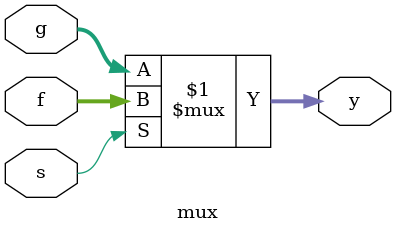
<source format=v>
module top_module(
    input [31:0] a,
    input [31:0] b,
    output [31:0] sum
);
    wire x1;
    wire [15:0] w1,w2;
    wire [15:0] sum1;
    wire [15:0] sum2;
    assign sum = {sum1, sum2};
    
    add16 ins3(.a(a[15:0]), .b(b[15:0]), .cin(1'b0), .sum(sum2), .cout(x1));
    add16 ins1(.a(a[31:16]), .b(b[31:16]), .cin(1'b0), .sum(w1), .cout());
    add16 ins2(.a(a[31:16]), .b(b[31:16]), .cin(1'b1), .sum(w2), .cout());
    mux ins4(.g(w1), .f(w2), .s(x1), .y(sum1));

endmodule

module mux(
    input [15:0] g, f,
    input s,
    output [15:0] y
);
    assign y = s ? f : g;
endmodule

</source>
